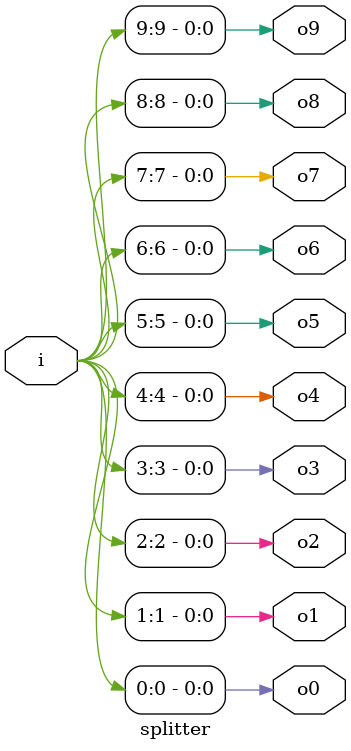
<source format=v>

module splitter # (
    parameter WIDTH = 10
) (
    input wire[WIDTH-1:0] i,
    output wire o0,
    output wire o1,
    output wire o2,
    output wire o3,
    output wire o4,
    output wire o5,
    output wire o6,
    output wire o7,
    output wire o8,
    output wire o9
);

    assign o0 = i[0];
    assign o1 = i[1];
    assign o2 = i[2];
    assign o3 = i[3];
    assign o4 = i[4];
    assign o5 = i[5];
    assign o6 = i[6];
    assign o7 = i[7];
    assign o8 = i[8];
    assign o9 = i[9];

endmodule

</source>
